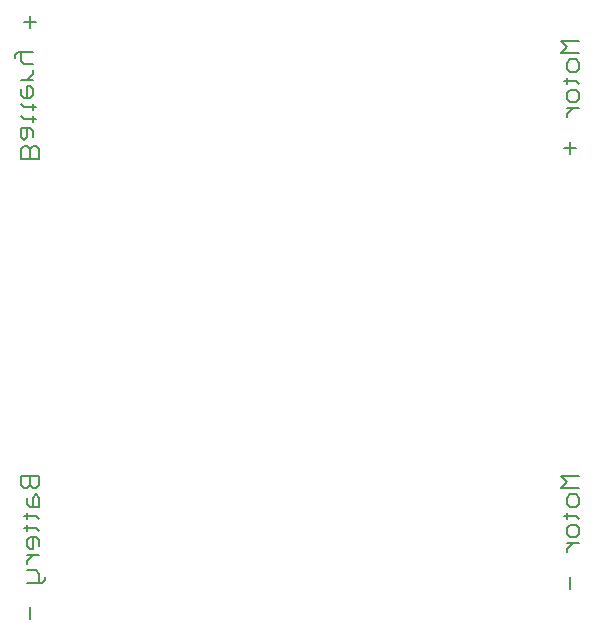
<source format=gbo>
G75*
%MOIN*%
%OFA0B0*%
%FSLAX25Y25*%
%IPPOS*%
%LPD*%
%AMOC8*
5,1,8,0,0,1.08239X$1,22.5*
%
%ADD10C,0.00500*%
D10*
X0056962Y0035357D02*
X0061032Y0035357D01*
X0062050Y0034340D01*
X0061032Y0032323D02*
X0058997Y0032323D01*
X0057980Y0031306D01*
X0057980Y0029271D01*
X0058997Y0028253D01*
X0060015Y0028253D01*
X0060015Y0032323D01*
X0061032Y0032323D02*
X0062050Y0031306D01*
X0062050Y0029271D01*
X0062050Y0026246D02*
X0057980Y0026246D01*
X0060015Y0026246D02*
X0057980Y0024211D01*
X0057980Y0023193D01*
X0057980Y0021182D02*
X0061032Y0021182D01*
X0062050Y0020164D01*
X0062050Y0017111D01*
X0063068Y0017111D02*
X0064085Y0018129D01*
X0064085Y0019147D01*
X0063068Y0017111D02*
X0057980Y0017111D01*
X0058997Y0009027D02*
X0058997Y0004957D01*
X0057980Y0034340D02*
X0057980Y0036375D01*
X0057980Y0038391D02*
X0057980Y0040426D01*
X0056962Y0039409D02*
X0061032Y0039409D01*
X0062050Y0038391D01*
X0062050Y0042433D02*
X0058997Y0042433D01*
X0057980Y0043451D01*
X0057980Y0045486D01*
X0060015Y0045486D02*
X0060015Y0042433D01*
X0062050Y0042433D02*
X0062050Y0045486D01*
X0061032Y0046503D01*
X0060015Y0045486D01*
X0060015Y0048510D02*
X0061032Y0048510D01*
X0062050Y0049528D01*
X0062050Y0052580D01*
X0055945Y0052580D01*
X0055945Y0049528D01*
X0056962Y0048510D01*
X0057980Y0048510D01*
X0058997Y0049528D01*
X0058997Y0052580D01*
X0058997Y0049528D02*
X0060015Y0048510D01*
X0059003Y0158450D02*
X0059003Y0161503D01*
X0057985Y0162520D01*
X0056968Y0162520D01*
X0055950Y0161503D01*
X0055950Y0158450D01*
X0062055Y0158450D01*
X0062055Y0161503D01*
X0061038Y0162520D01*
X0060020Y0162520D01*
X0059003Y0161503D01*
X0056968Y0164527D02*
X0057985Y0165545D01*
X0057985Y0168597D01*
X0059003Y0168597D02*
X0055950Y0168597D01*
X0055950Y0165545D01*
X0056968Y0164527D01*
X0060020Y0165545D02*
X0060020Y0167580D01*
X0059003Y0168597D01*
X0060020Y0170604D02*
X0060020Y0172639D01*
X0061038Y0171622D02*
X0056968Y0171622D01*
X0055950Y0172639D01*
X0060020Y0174656D02*
X0060020Y0176691D01*
X0061038Y0175673D02*
X0056968Y0175673D01*
X0055950Y0176691D01*
X0056968Y0178707D02*
X0059003Y0178707D01*
X0060020Y0179725D01*
X0060020Y0181760D01*
X0059003Y0182777D01*
X0057985Y0182777D01*
X0057985Y0178707D01*
X0056968Y0178707D02*
X0055950Y0179725D01*
X0055950Y0181760D01*
X0055950Y0184784D02*
X0060020Y0184784D01*
X0057985Y0184784D02*
X0060020Y0186820D01*
X0060020Y0187837D01*
X0060020Y0189849D02*
X0056968Y0189849D01*
X0055950Y0190866D01*
X0055950Y0193919D01*
X0054932Y0193919D02*
X0053915Y0192901D01*
X0053915Y0191884D01*
X0054932Y0193919D02*
X0060020Y0193919D01*
X0059003Y0202003D02*
X0059003Y0206073D01*
X0061038Y0204038D02*
X0056968Y0204038D01*
X0235945Y0197580D02*
X0237980Y0195545D01*
X0235945Y0193510D01*
X0242050Y0193510D01*
X0241032Y0191503D02*
X0238997Y0191503D01*
X0237980Y0190486D01*
X0237980Y0188451D01*
X0238997Y0187433D01*
X0241032Y0187433D01*
X0242050Y0188451D01*
X0242050Y0190486D01*
X0241032Y0191503D01*
X0242050Y0197580D02*
X0235945Y0197580D01*
X0237980Y0185426D02*
X0237980Y0183391D01*
X0236962Y0184409D02*
X0241032Y0184409D01*
X0242050Y0183391D01*
X0241032Y0181375D02*
X0238997Y0181375D01*
X0237980Y0180357D01*
X0237980Y0178322D01*
X0238997Y0177304D01*
X0241032Y0177304D01*
X0242050Y0178322D01*
X0242050Y0180357D01*
X0241032Y0181375D01*
X0240015Y0175297D02*
X0237980Y0173262D01*
X0237980Y0172245D01*
X0237980Y0175297D02*
X0242050Y0175297D01*
X0238997Y0164156D02*
X0238997Y0160086D01*
X0236962Y0162121D02*
X0241032Y0162121D01*
X0242050Y0052580D02*
X0235945Y0052580D01*
X0237980Y0050545D01*
X0235945Y0048510D01*
X0242050Y0048510D01*
X0241032Y0046503D02*
X0238997Y0046503D01*
X0237980Y0045486D01*
X0237980Y0043451D01*
X0238997Y0042433D01*
X0241032Y0042433D01*
X0242050Y0043451D01*
X0242050Y0045486D01*
X0241032Y0046503D01*
X0237980Y0040426D02*
X0237980Y0038391D01*
X0236962Y0039409D02*
X0241032Y0039409D01*
X0242050Y0038391D01*
X0241032Y0036375D02*
X0238997Y0036375D01*
X0237980Y0035357D01*
X0237980Y0033322D01*
X0238997Y0032304D01*
X0241032Y0032304D01*
X0242050Y0033322D01*
X0242050Y0035357D01*
X0241032Y0036375D01*
X0240015Y0030297D02*
X0237980Y0028262D01*
X0237980Y0027245D01*
X0237980Y0030297D02*
X0242050Y0030297D01*
X0238997Y0019156D02*
X0238997Y0015086D01*
M02*

</source>
